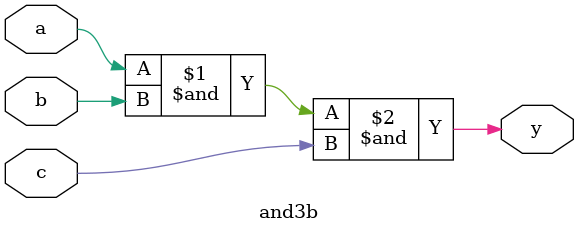
<source format=v>

module gcc4b(
	input clk,rst, 
	output [3:0]q,qbar
	);

	wire [3:0]d;
	wire [12:0]g;

	xnor(g[0],q[3],q[2]);
	not(g[1],g[0]);
	and(g[2],q[1],g[1]);
	and(g[3],qbar[1],g[0]);
	or(d[0],g[2],g[3]);
	dff d0(clk,rst,d[0],q[0],qbar[0]);

	xnor(g[4],q[3],q[2]);
	and(g[5],qbar[0],q[1]);
	and(g[6],g[4],q[0]);
	or(d[1],g[5],g[6]);
	dff d1(clk,rst,d[1],q[1],qbar[1]);
	
	and3b a0(qbar[3],q[1],qbar[0],g[7]);
	or(g[8],qbar[1],q[0]);
	and(g[9],q[2],g[8]);
	or(d[2],g[7],g[9]);
	dff d2(clk,rst,d[2],q[2],qbar[2]);

	and3b a1(q[2],qbar[1],qbar[0],g[10]);
	or(g[11],q[0],q[1]);
	and(g[12],q[3],g[11]);
	or(d[3],g[10],g[12]);
	dff d3(clk,rst,d[3],q[3],qbar[3]);

endmodule

// submodule of d-flipflop required for main module of 4-bit gray code counter

module dff(input clk,rst,d,
		   output reg q,qbar
		  );

		always @(posedge clk) begin
			if(rst) begin
				q<=1'b0;
				qbar<=1'b1;
			end
			else begin
				q<=d;
				qbar<=~d;
			end
		end

endmodule

// submodule for 3-input and gate for main module of 4-bit graycode counter 

module and3b(input a,b,c,
		     output y
			);

	  assign y=a&b&c;

endmodule

</source>
